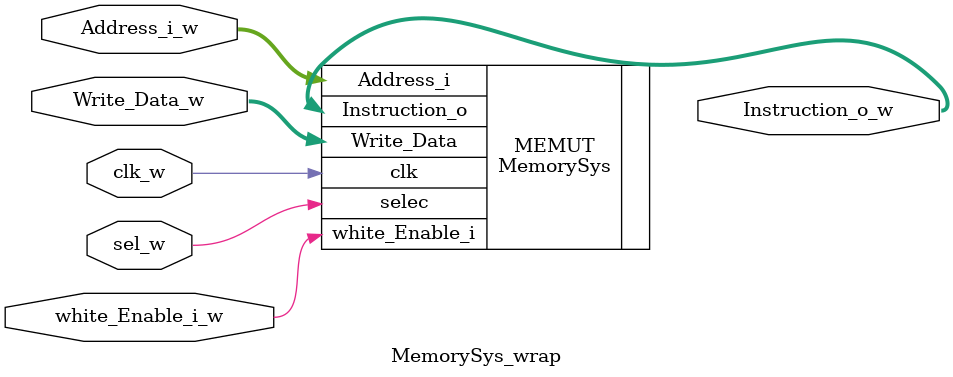
<source format=v>

module MemorySys_wrap #(

	parameter MEMORY_DEPTH = 64,
	parameter DATA_WIDTH = 32

)

(

	input white_Enable_i_w,clk_w,sel_w,
	input [(DATA_WIDTH-1):0] Address_i_w, Write_Data_w,
	output wire[(DATA_WIDTH-1):0] Instruction_o_w

);



 MemorySys MEMUT(
   
	.selec(sel_w),
	.clk(clk_w),
	.white_Enable_i(white_Enable_i_w),
	.Address_i(Address_i_w), 
	.Write_Data(Write_Data_w),
	.Instruction_o(Instruction_o_w)
);


endmodule 
</source>
